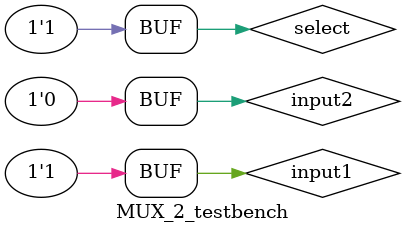
<source format=v>
`define DELAY 20
module MUX_2_testbench();
reg input1,input2,select;
wire result;

MUX_2 f(result,input1,input2,select);
initial begin
input1 = 1'b1; input2 = 1'b0; select=1'b0;
#`DELAY;
input1 = 1'b1; input2 = 1'b0; select=1'b1;
end
 
 
initial
begin
$monitor("time = %2d, result= %1d, input1=%1d, input2=%1d, select=%1d", $time, result,input1,input2, select);
end

endmodule 
</source>
